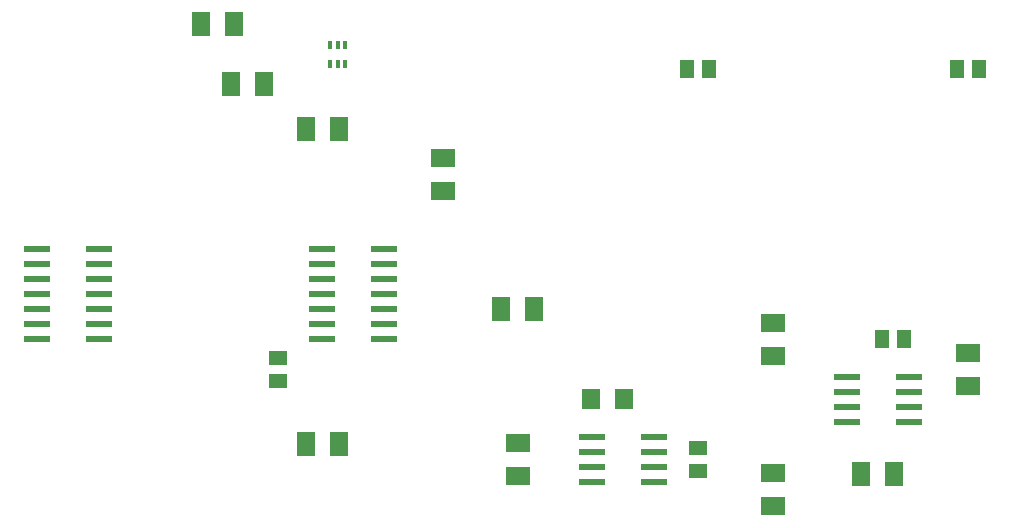
<source format=gtp>
G75*
%MOIN*%
%OFA0B0*%
%FSLAX24Y24*%
%IPPOS*%
%LPD*%
%AMOC8*
5,1,8,0,0,1.08239X$1,22.5*
%
%ADD10R,0.0866X0.0236*%
%ADD11R,0.0157X0.0315*%
%ADD12R,0.0630X0.0787*%
%ADD13R,0.0787X0.0630*%
%ADD14R,0.0630X0.0709*%
%ADD15R,0.0512X0.0591*%
%ADD16R,0.0591X0.0512*%
D10*
X003156Y007680D03*
X003156Y008180D03*
X003156Y008680D03*
X003156Y009180D03*
X003156Y009680D03*
X003156Y010180D03*
X003156Y010680D03*
X005204Y010680D03*
X005204Y010180D03*
X005204Y009680D03*
X005204Y009180D03*
X005204Y008680D03*
X005204Y008180D03*
X005204Y007680D03*
X012656Y007680D03*
X012656Y008180D03*
X012656Y008680D03*
X012656Y009180D03*
X012656Y009680D03*
X012656Y010180D03*
X012656Y010680D03*
X014704Y010680D03*
X014704Y010180D03*
X014704Y009680D03*
X014704Y009180D03*
X014704Y008680D03*
X014704Y008180D03*
X014704Y007680D03*
X021656Y004430D03*
X021656Y003930D03*
X021656Y003430D03*
X021656Y002930D03*
X023704Y002930D03*
X023704Y003430D03*
X023704Y003930D03*
X023704Y004430D03*
X030156Y004930D03*
X030156Y005430D03*
X030156Y005930D03*
X030156Y006430D03*
X032204Y006430D03*
X032204Y005930D03*
X032204Y005430D03*
X032204Y004930D03*
D11*
X013436Y016865D03*
X013180Y016865D03*
X012924Y016865D03*
X012924Y017495D03*
X013180Y017495D03*
X013436Y017495D03*
D12*
X012129Y004180D03*
X013231Y004180D03*
X018629Y008680D03*
X019731Y008680D03*
X030629Y003180D03*
X031731Y003180D03*
X013231Y014680D03*
X012129Y014680D03*
X010731Y016180D03*
X009629Y016180D03*
X009731Y018180D03*
X008629Y018180D03*
D13*
X016680Y013731D03*
X016680Y012629D03*
X027680Y008231D03*
X027680Y007129D03*
X034180Y007231D03*
X034180Y006129D03*
X027680Y003231D03*
X027680Y002129D03*
X019180Y003129D03*
X019180Y004231D03*
D14*
X021629Y005680D03*
X022731Y005680D03*
D15*
X031306Y007680D03*
X032054Y007680D03*
X033806Y016680D03*
X034554Y016680D03*
X025554Y016680D03*
X024806Y016680D03*
D16*
X011180Y007054D03*
X011180Y006306D03*
X025180Y004054D03*
X025180Y003306D03*
M02*

</source>
